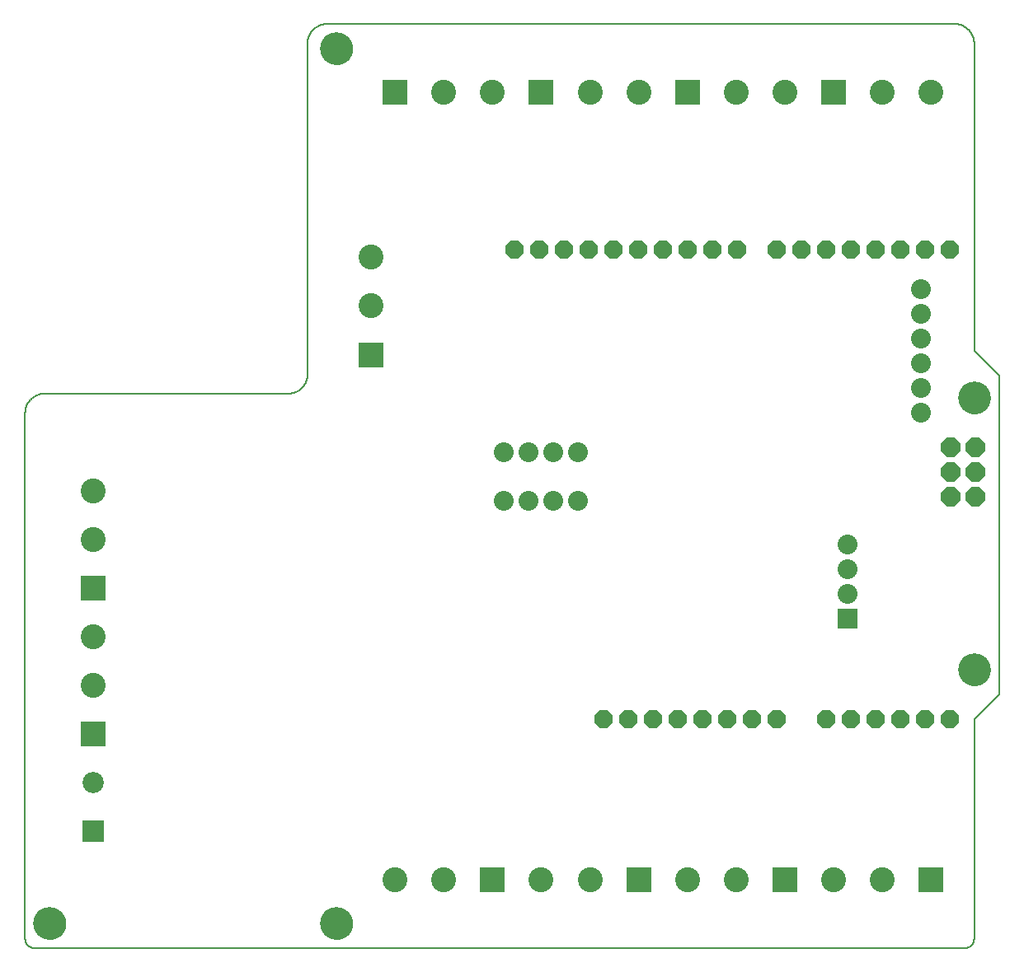
<source format=gbs>
G75*
%MOIN*%
%OFA0B0*%
%FSLAX25Y25*%
%IPPOS*%
%LPD*%
%AMOC8*
5,1,8,0,0,1.08239X$1,22.5*
%
%ADD10C,0.00591*%
%ADD11C,0.00000*%
%ADD12C,0.13198*%
%ADD13OC8,0.07200*%
%ADD14OC8,0.08000*%
%ADD15C,0.08000*%
%ADD16R,0.10100X0.10100*%
%ADD17C,0.10100*%
%ADD18R,0.08000X0.08000*%
%ADD19R,0.08600X0.08600*%
%ADD20C,0.08600*%
D10*
X0001500Y0005437D02*
X0001500Y0218035D01*
X0001502Y0218225D01*
X0001509Y0218415D01*
X0001521Y0218605D01*
X0001537Y0218795D01*
X0001557Y0218984D01*
X0001583Y0219173D01*
X0001612Y0219361D01*
X0001647Y0219548D01*
X0001686Y0219734D01*
X0001729Y0219919D01*
X0001777Y0220104D01*
X0001829Y0220287D01*
X0001885Y0220468D01*
X0001946Y0220648D01*
X0002012Y0220827D01*
X0002081Y0221004D01*
X0002155Y0221180D01*
X0002233Y0221353D01*
X0002316Y0221525D01*
X0002402Y0221694D01*
X0002492Y0221862D01*
X0002587Y0222027D01*
X0002685Y0222190D01*
X0002788Y0222350D01*
X0002894Y0222508D01*
X0003004Y0222663D01*
X0003117Y0222816D01*
X0003235Y0222966D01*
X0003356Y0223112D01*
X0003480Y0223256D01*
X0003608Y0223397D01*
X0003739Y0223535D01*
X0003874Y0223670D01*
X0004012Y0223801D01*
X0004153Y0223929D01*
X0004297Y0224053D01*
X0004443Y0224174D01*
X0004593Y0224292D01*
X0004746Y0224405D01*
X0004901Y0224515D01*
X0005059Y0224621D01*
X0005219Y0224724D01*
X0005382Y0224822D01*
X0005547Y0224917D01*
X0005715Y0225007D01*
X0005884Y0225093D01*
X0006056Y0225176D01*
X0006229Y0225254D01*
X0006405Y0225328D01*
X0006582Y0225397D01*
X0006761Y0225463D01*
X0006941Y0225524D01*
X0007122Y0225580D01*
X0007305Y0225632D01*
X0007490Y0225680D01*
X0007675Y0225723D01*
X0007861Y0225762D01*
X0008048Y0225797D01*
X0008236Y0225826D01*
X0008425Y0225852D01*
X0008614Y0225872D01*
X0008804Y0225888D01*
X0008994Y0225900D01*
X0009184Y0225907D01*
X0009374Y0225909D01*
X0107799Y0225909D01*
X0107989Y0225911D01*
X0108179Y0225918D01*
X0108369Y0225930D01*
X0108559Y0225946D01*
X0108748Y0225966D01*
X0108937Y0225992D01*
X0109125Y0226021D01*
X0109312Y0226056D01*
X0109498Y0226095D01*
X0109683Y0226138D01*
X0109868Y0226186D01*
X0110051Y0226238D01*
X0110232Y0226294D01*
X0110412Y0226355D01*
X0110591Y0226421D01*
X0110768Y0226490D01*
X0110944Y0226564D01*
X0111117Y0226642D01*
X0111289Y0226725D01*
X0111458Y0226811D01*
X0111626Y0226901D01*
X0111791Y0226996D01*
X0111954Y0227094D01*
X0112114Y0227197D01*
X0112272Y0227303D01*
X0112427Y0227413D01*
X0112580Y0227526D01*
X0112730Y0227644D01*
X0112876Y0227765D01*
X0113020Y0227889D01*
X0113161Y0228017D01*
X0113299Y0228148D01*
X0113434Y0228283D01*
X0113565Y0228421D01*
X0113693Y0228562D01*
X0113817Y0228706D01*
X0113938Y0228852D01*
X0114056Y0229002D01*
X0114169Y0229155D01*
X0114279Y0229310D01*
X0114385Y0229468D01*
X0114488Y0229628D01*
X0114586Y0229791D01*
X0114681Y0229956D01*
X0114771Y0230124D01*
X0114857Y0230293D01*
X0114940Y0230465D01*
X0115018Y0230638D01*
X0115092Y0230814D01*
X0115161Y0230991D01*
X0115227Y0231170D01*
X0115288Y0231350D01*
X0115344Y0231531D01*
X0115396Y0231714D01*
X0115444Y0231899D01*
X0115487Y0232084D01*
X0115526Y0232270D01*
X0115561Y0232457D01*
X0115590Y0232645D01*
X0115616Y0232834D01*
X0115636Y0233023D01*
X0115652Y0233213D01*
X0115664Y0233403D01*
X0115671Y0233593D01*
X0115673Y0233783D01*
X0115673Y0367642D01*
X0115675Y0367832D01*
X0115682Y0368022D01*
X0115694Y0368212D01*
X0115710Y0368402D01*
X0115730Y0368591D01*
X0115756Y0368780D01*
X0115785Y0368968D01*
X0115820Y0369155D01*
X0115859Y0369341D01*
X0115902Y0369526D01*
X0115950Y0369711D01*
X0116002Y0369894D01*
X0116058Y0370075D01*
X0116119Y0370255D01*
X0116185Y0370434D01*
X0116254Y0370611D01*
X0116328Y0370787D01*
X0116406Y0370960D01*
X0116489Y0371132D01*
X0116575Y0371301D01*
X0116665Y0371469D01*
X0116760Y0371634D01*
X0116858Y0371797D01*
X0116961Y0371957D01*
X0117067Y0372115D01*
X0117177Y0372270D01*
X0117290Y0372423D01*
X0117408Y0372573D01*
X0117529Y0372719D01*
X0117653Y0372863D01*
X0117781Y0373004D01*
X0117912Y0373142D01*
X0118047Y0373277D01*
X0118185Y0373408D01*
X0118326Y0373536D01*
X0118470Y0373660D01*
X0118616Y0373781D01*
X0118766Y0373899D01*
X0118919Y0374012D01*
X0119074Y0374122D01*
X0119232Y0374228D01*
X0119392Y0374331D01*
X0119555Y0374429D01*
X0119720Y0374524D01*
X0119888Y0374614D01*
X0120057Y0374700D01*
X0120229Y0374783D01*
X0120402Y0374861D01*
X0120578Y0374935D01*
X0120755Y0375004D01*
X0120934Y0375070D01*
X0121114Y0375131D01*
X0121295Y0375187D01*
X0121478Y0375239D01*
X0121663Y0375287D01*
X0121848Y0375330D01*
X0122034Y0375369D01*
X0122221Y0375404D01*
X0122409Y0375433D01*
X0122598Y0375459D01*
X0122787Y0375479D01*
X0122977Y0375495D01*
X0123167Y0375507D01*
X0123357Y0375514D01*
X0123547Y0375516D01*
X0377327Y0375516D01*
X0377517Y0375514D01*
X0377707Y0375507D01*
X0377897Y0375495D01*
X0378087Y0375479D01*
X0378276Y0375459D01*
X0378465Y0375433D01*
X0378653Y0375404D01*
X0378840Y0375369D01*
X0379026Y0375330D01*
X0379211Y0375287D01*
X0379396Y0375239D01*
X0379579Y0375187D01*
X0379760Y0375131D01*
X0379940Y0375070D01*
X0380119Y0375004D01*
X0380296Y0374935D01*
X0380472Y0374861D01*
X0380645Y0374783D01*
X0380817Y0374700D01*
X0380986Y0374614D01*
X0381154Y0374524D01*
X0381319Y0374429D01*
X0381482Y0374331D01*
X0381642Y0374228D01*
X0381800Y0374122D01*
X0381955Y0374012D01*
X0382108Y0373899D01*
X0382258Y0373781D01*
X0382404Y0373660D01*
X0382548Y0373536D01*
X0382689Y0373408D01*
X0382827Y0373277D01*
X0382962Y0373142D01*
X0383093Y0373004D01*
X0383221Y0372863D01*
X0383345Y0372719D01*
X0383466Y0372573D01*
X0383584Y0372423D01*
X0383697Y0372270D01*
X0383807Y0372115D01*
X0383913Y0371957D01*
X0384016Y0371797D01*
X0384114Y0371634D01*
X0384209Y0371469D01*
X0384299Y0371301D01*
X0384385Y0371132D01*
X0384468Y0370960D01*
X0384546Y0370787D01*
X0384620Y0370611D01*
X0384689Y0370434D01*
X0384755Y0370255D01*
X0384816Y0370075D01*
X0384872Y0369894D01*
X0384924Y0369711D01*
X0384972Y0369526D01*
X0385015Y0369341D01*
X0385054Y0369155D01*
X0385089Y0368968D01*
X0385118Y0368780D01*
X0385144Y0368591D01*
X0385164Y0368402D01*
X0385180Y0368212D01*
X0385192Y0368022D01*
X0385199Y0367832D01*
X0385201Y0367642D01*
X0385201Y0243177D01*
X0395201Y0233177D01*
X0395201Y0104177D01*
X0385201Y0094177D01*
X0385201Y0005437D01*
X0385199Y0005313D01*
X0385193Y0005190D01*
X0385184Y0005066D01*
X0385170Y0004944D01*
X0385153Y0004821D01*
X0385131Y0004699D01*
X0385106Y0004578D01*
X0385077Y0004458D01*
X0385045Y0004339D01*
X0385008Y0004220D01*
X0384968Y0004103D01*
X0384925Y0003988D01*
X0384877Y0003873D01*
X0384826Y0003761D01*
X0384772Y0003650D01*
X0384714Y0003540D01*
X0384653Y0003433D01*
X0384588Y0003327D01*
X0384520Y0003224D01*
X0384449Y0003123D01*
X0384375Y0003024D01*
X0384298Y0002927D01*
X0384217Y0002833D01*
X0384134Y0002742D01*
X0384048Y0002653D01*
X0383959Y0002567D01*
X0383868Y0002484D01*
X0383774Y0002403D01*
X0383677Y0002326D01*
X0383578Y0002252D01*
X0383477Y0002181D01*
X0383374Y0002113D01*
X0383268Y0002048D01*
X0383161Y0001987D01*
X0383051Y0001929D01*
X0382940Y0001875D01*
X0382828Y0001824D01*
X0382713Y0001776D01*
X0382598Y0001733D01*
X0382481Y0001693D01*
X0382362Y0001656D01*
X0382243Y0001624D01*
X0382123Y0001595D01*
X0382002Y0001570D01*
X0381880Y0001548D01*
X0381757Y0001531D01*
X0381635Y0001517D01*
X0381511Y0001508D01*
X0381388Y0001502D01*
X0381264Y0001500D01*
X0005437Y0001500D01*
X0005313Y0001502D01*
X0005190Y0001508D01*
X0005066Y0001517D01*
X0004944Y0001531D01*
X0004821Y0001548D01*
X0004699Y0001570D01*
X0004578Y0001595D01*
X0004458Y0001624D01*
X0004339Y0001656D01*
X0004220Y0001693D01*
X0004103Y0001733D01*
X0003988Y0001776D01*
X0003873Y0001824D01*
X0003761Y0001875D01*
X0003650Y0001929D01*
X0003540Y0001987D01*
X0003433Y0002048D01*
X0003327Y0002113D01*
X0003224Y0002181D01*
X0003123Y0002252D01*
X0003024Y0002326D01*
X0002927Y0002403D01*
X0002833Y0002484D01*
X0002742Y0002567D01*
X0002653Y0002653D01*
X0002567Y0002742D01*
X0002484Y0002833D01*
X0002403Y0002927D01*
X0002326Y0003024D01*
X0002252Y0003123D01*
X0002181Y0003224D01*
X0002113Y0003327D01*
X0002048Y0003433D01*
X0001987Y0003540D01*
X0001929Y0003650D01*
X0001875Y0003761D01*
X0001824Y0003873D01*
X0001776Y0003988D01*
X0001733Y0004103D01*
X0001693Y0004220D01*
X0001656Y0004339D01*
X0001624Y0004458D01*
X0001595Y0004578D01*
X0001570Y0004699D01*
X0001548Y0004821D01*
X0001531Y0004944D01*
X0001517Y0005066D01*
X0001508Y0005190D01*
X0001502Y0005313D01*
X0001500Y0005437D01*
D11*
X0005201Y0011500D02*
X0005203Y0011658D01*
X0005209Y0011816D01*
X0005219Y0011974D01*
X0005233Y0012132D01*
X0005251Y0012289D01*
X0005272Y0012446D01*
X0005298Y0012602D01*
X0005328Y0012758D01*
X0005361Y0012913D01*
X0005399Y0013066D01*
X0005440Y0013219D01*
X0005485Y0013371D01*
X0005534Y0013522D01*
X0005587Y0013671D01*
X0005643Y0013819D01*
X0005703Y0013965D01*
X0005767Y0014110D01*
X0005835Y0014253D01*
X0005906Y0014395D01*
X0005980Y0014535D01*
X0006058Y0014672D01*
X0006140Y0014808D01*
X0006224Y0014942D01*
X0006313Y0015073D01*
X0006404Y0015202D01*
X0006499Y0015329D01*
X0006596Y0015454D01*
X0006697Y0015576D01*
X0006801Y0015695D01*
X0006908Y0015812D01*
X0007018Y0015926D01*
X0007131Y0016037D01*
X0007246Y0016146D01*
X0007364Y0016251D01*
X0007485Y0016353D01*
X0007608Y0016453D01*
X0007734Y0016549D01*
X0007862Y0016642D01*
X0007992Y0016732D01*
X0008125Y0016818D01*
X0008260Y0016902D01*
X0008396Y0016981D01*
X0008535Y0017058D01*
X0008676Y0017130D01*
X0008818Y0017200D01*
X0008962Y0017265D01*
X0009108Y0017327D01*
X0009255Y0017385D01*
X0009404Y0017440D01*
X0009554Y0017491D01*
X0009705Y0017538D01*
X0009857Y0017581D01*
X0010010Y0017620D01*
X0010165Y0017656D01*
X0010320Y0017687D01*
X0010476Y0017715D01*
X0010632Y0017739D01*
X0010789Y0017759D01*
X0010947Y0017775D01*
X0011104Y0017787D01*
X0011263Y0017795D01*
X0011421Y0017799D01*
X0011579Y0017799D01*
X0011737Y0017795D01*
X0011896Y0017787D01*
X0012053Y0017775D01*
X0012211Y0017759D01*
X0012368Y0017739D01*
X0012524Y0017715D01*
X0012680Y0017687D01*
X0012835Y0017656D01*
X0012990Y0017620D01*
X0013143Y0017581D01*
X0013295Y0017538D01*
X0013446Y0017491D01*
X0013596Y0017440D01*
X0013745Y0017385D01*
X0013892Y0017327D01*
X0014038Y0017265D01*
X0014182Y0017200D01*
X0014324Y0017130D01*
X0014465Y0017058D01*
X0014604Y0016981D01*
X0014740Y0016902D01*
X0014875Y0016818D01*
X0015008Y0016732D01*
X0015138Y0016642D01*
X0015266Y0016549D01*
X0015392Y0016453D01*
X0015515Y0016353D01*
X0015636Y0016251D01*
X0015754Y0016146D01*
X0015869Y0016037D01*
X0015982Y0015926D01*
X0016092Y0015812D01*
X0016199Y0015695D01*
X0016303Y0015576D01*
X0016404Y0015454D01*
X0016501Y0015329D01*
X0016596Y0015202D01*
X0016687Y0015073D01*
X0016776Y0014942D01*
X0016860Y0014808D01*
X0016942Y0014672D01*
X0017020Y0014535D01*
X0017094Y0014395D01*
X0017165Y0014253D01*
X0017233Y0014110D01*
X0017297Y0013965D01*
X0017357Y0013819D01*
X0017413Y0013671D01*
X0017466Y0013522D01*
X0017515Y0013371D01*
X0017560Y0013219D01*
X0017601Y0013066D01*
X0017639Y0012913D01*
X0017672Y0012758D01*
X0017702Y0012602D01*
X0017728Y0012446D01*
X0017749Y0012289D01*
X0017767Y0012132D01*
X0017781Y0011974D01*
X0017791Y0011816D01*
X0017797Y0011658D01*
X0017799Y0011500D01*
X0017797Y0011342D01*
X0017791Y0011184D01*
X0017781Y0011026D01*
X0017767Y0010868D01*
X0017749Y0010711D01*
X0017728Y0010554D01*
X0017702Y0010398D01*
X0017672Y0010242D01*
X0017639Y0010087D01*
X0017601Y0009934D01*
X0017560Y0009781D01*
X0017515Y0009629D01*
X0017466Y0009478D01*
X0017413Y0009329D01*
X0017357Y0009181D01*
X0017297Y0009035D01*
X0017233Y0008890D01*
X0017165Y0008747D01*
X0017094Y0008605D01*
X0017020Y0008465D01*
X0016942Y0008328D01*
X0016860Y0008192D01*
X0016776Y0008058D01*
X0016687Y0007927D01*
X0016596Y0007798D01*
X0016501Y0007671D01*
X0016404Y0007546D01*
X0016303Y0007424D01*
X0016199Y0007305D01*
X0016092Y0007188D01*
X0015982Y0007074D01*
X0015869Y0006963D01*
X0015754Y0006854D01*
X0015636Y0006749D01*
X0015515Y0006647D01*
X0015392Y0006547D01*
X0015266Y0006451D01*
X0015138Y0006358D01*
X0015008Y0006268D01*
X0014875Y0006182D01*
X0014740Y0006098D01*
X0014604Y0006019D01*
X0014465Y0005942D01*
X0014324Y0005870D01*
X0014182Y0005800D01*
X0014038Y0005735D01*
X0013892Y0005673D01*
X0013745Y0005615D01*
X0013596Y0005560D01*
X0013446Y0005509D01*
X0013295Y0005462D01*
X0013143Y0005419D01*
X0012990Y0005380D01*
X0012835Y0005344D01*
X0012680Y0005313D01*
X0012524Y0005285D01*
X0012368Y0005261D01*
X0012211Y0005241D01*
X0012053Y0005225D01*
X0011896Y0005213D01*
X0011737Y0005205D01*
X0011579Y0005201D01*
X0011421Y0005201D01*
X0011263Y0005205D01*
X0011104Y0005213D01*
X0010947Y0005225D01*
X0010789Y0005241D01*
X0010632Y0005261D01*
X0010476Y0005285D01*
X0010320Y0005313D01*
X0010165Y0005344D01*
X0010010Y0005380D01*
X0009857Y0005419D01*
X0009705Y0005462D01*
X0009554Y0005509D01*
X0009404Y0005560D01*
X0009255Y0005615D01*
X0009108Y0005673D01*
X0008962Y0005735D01*
X0008818Y0005800D01*
X0008676Y0005870D01*
X0008535Y0005942D01*
X0008396Y0006019D01*
X0008260Y0006098D01*
X0008125Y0006182D01*
X0007992Y0006268D01*
X0007862Y0006358D01*
X0007734Y0006451D01*
X0007608Y0006547D01*
X0007485Y0006647D01*
X0007364Y0006749D01*
X0007246Y0006854D01*
X0007131Y0006963D01*
X0007018Y0007074D01*
X0006908Y0007188D01*
X0006801Y0007305D01*
X0006697Y0007424D01*
X0006596Y0007546D01*
X0006499Y0007671D01*
X0006404Y0007798D01*
X0006313Y0007927D01*
X0006224Y0008058D01*
X0006140Y0008192D01*
X0006058Y0008328D01*
X0005980Y0008465D01*
X0005906Y0008605D01*
X0005835Y0008747D01*
X0005767Y0008890D01*
X0005703Y0009035D01*
X0005643Y0009181D01*
X0005587Y0009329D01*
X0005534Y0009478D01*
X0005485Y0009629D01*
X0005440Y0009781D01*
X0005399Y0009934D01*
X0005361Y0010087D01*
X0005328Y0010242D01*
X0005298Y0010398D01*
X0005272Y0010554D01*
X0005251Y0010711D01*
X0005233Y0010868D01*
X0005219Y0011026D01*
X0005209Y0011184D01*
X0005203Y0011342D01*
X0005201Y0011500D01*
X0121185Y0011500D02*
X0121187Y0011658D01*
X0121193Y0011816D01*
X0121203Y0011974D01*
X0121217Y0012132D01*
X0121235Y0012289D01*
X0121256Y0012446D01*
X0121282Y0012602D01*
X0121312Y0012758D01*
X0121345Y0012913D01*
X0121383Y0013066D01*
X0121424Y0013219D01*
X0121469Y0013371D01*
X0121518Y0013522D01*
X0121571Y0013671D01*
X0121627Y0013819D01*
X0121687Y0013965D01*
X0121751Y0014110D01*
X0121819Y0014253D01*
X0121890Y0014395D01*
X0121964Y0014535D01*
X0122042Y0014672D01*
X0122124Y0014808D01*
X0122208Y0014942D01*
X0122297Y0015073D01*
X0122388Y0015202D01*
X0122483Y0015329D01*
X0122580Y0015454D01*
X0122681Y0015576D01*
X0122785Y0015695D01*
X0122892Y0015812D01*
X0123002Y0015926D01*
X0123115Y0016037D01*
X0123230Y0016146D01*
X0123348Y0016251D01*
X0123469Y0016353D01*
X0123592Y0016453D01*
X0123718Y0016549D01*
X0123846Y0016642D01*
X0123976Y0016732D01*
X0124109Y0016818D01*
X0124244Y0016902D01*
X0124380Y0016981D01*
X0124519Y0017058D01*
X0124660Y0017130D01*
X0124802Y0017200D01*
X0124946Y0017265D01*
X0125092Y0017327D01*
X0125239Y0017385D01*
X0125388Y0017440D01*
X0125538Y0017491D01*
X0125689Y0017538D01*
X0125841Y0017581D01*
X0125994Y0017620D01*
X0126149Y0017656D01*
X0126304Y0017687D01*
X0126460Y0017715D01*
X0126616Y0017739D01*
X0126773Y0017759D01*
X0126931Y0017775D01*
X0127088Y0017787D01*
X0127247Y0017795D01*
X0127405Y0017799D01*
X0127563Y0017799D01*
X0127721Y0017795D01*
X0127880Y0017787D01*
X0128037Y0017775D01*
X0128195Y0017759D01*
X0128352Y0017739D01*
X0128508Y0017715D01*
X0128664Y0017687D01*
X0128819Y0017656D01*
X0128974Y0017620D01*
X0129127Y0017581D01*
X0129279Y0017538D01*
X0129430Y0017491D01*
X0129580Y0017440D01*
X0129729Y0017385D01*
X0129876Y0017327D01*
X0130022Y0017265D01*
X0130166Y0017200D01*
X0130308Y0017130D01*
X0130449Y0017058D01*
X0130588Y0016981D01*
X0130724Y0016902D01*
X0130859Y0016818D01*
X0130992Y0016732D01*
X0131122Y0016642D01*
X0131250Y0016549D01*
X0131376Y0016453D01*
X0131499Y0016353D01*
X0131620Y0016251D01*
X0131738Y0016146D01*
X0131853Y0016037D01*
X0131966Y0015926D01*
X0132076Y0015812D01*
X0132183Y0015695D01*
X0132287Y0015576D01*
X0132388Y0015454D01*
X0132485Y0015329D01*
X0132580Y0015202D01*
X0132671Y0015073D01*
X0132760Y0014942D01*
X0132844Y0014808D01*
X0132926Y0014672D01*
X0133004Y0014535D01*
X0133078Y0014395D01*
X0133149Y0014253D01*
X0133217Y0014110D01*
X0133281Y0013965D01*
X0133341Y0013819D01*
X0133397Y0013671D01*
X0133450Y0013522D01*
X0133499Y0013371D01*
X0133544Y0013219D01*
X0133585Y0013066D01*
X0133623Y0012913D01*
X0133656Y0012758D01*
X0133686Y0012602D01*
X0133712Y0012446D01*
X0133733Y0012289D01*
X0133751Y0012132D01*
X0133765Y0011974D01*
X0133775Y0011816D01*
X0133781Y0011658D01*
X0133783Y0011500D01*
X0133781Y0011342D01*
X0133775Y0011184D01*
X0133765Y0011026D01*
X0133751Y0010868D01*
X0133733Y0010711D01*
X0133712Y0010554D01*
X0133686Y0010398D01*
X0133656Y0010242D01*
X0133623Y0010087D01*
X0133585Y0009934D01*
X0133544Y0009781D01*
X0133499Y0009629D01*
X0133450Y0009478D01*
X0133397Y0009329D01*
X0133341Y0009181D01*
X0133281Y0009035D01*
X0133217Y0008890D01*
X0133149Y0008747D01*
X0133078Y0008605D01*
X0133004Y0008465D01*
X0132926Y0008328D01*
X0132844Y0008192D01*
X0132760Y0008058D01*
X0132671Y0007927D01*
X0132580Y0007798D01*
X0132485Y0007671D01*
X0132388Y0007546D01*
X0132287Y0007424D01*
X0132183Y0007305D01*
X0132076Y0007188D01*
X0131966Y0007074D01*
X0131853Y0006963D01*
X0131738Y0006854D01*
X0131620Y0006749D01*
X0131499Y0006647D01*
X0131376Y0006547D01*
X0131250Y0006451D01*
X0131122Y0006358D01*
X0130992Y0006268D01*
X0130859Y0006182D01*
X0130724Y0006098D01*
X0130588Y0006019D01*
X0130449Y0005942D01*
X0130308Y0005870D01*
X0130166Y0005800D01*
X0130022Y0005735D01*
X0129876Y0005673D01*
X0129729Y0005615D01*
X0129580Y0005560D01*
X0129430Y0005509D01*
X0129279Y0005462D01*
X0129127Y0005419D01*
X0128974Y0005380D01*
X0128819Y0005344D01*
X0128664Y0005313D01*
X0128508Y0005285D01*
X0128352Y0005261D01*
X0128195Y0005241D01*
X0128037Y0005225D01*
X0127880Y0005213D01*
X0127721Y0005205D01*
X0127563Y0005201D01*
X0127405Y0005201D01*
X0127247Y0005205D01*
X0127088Y0005213D01*
X0126931Y0005225D01*
X0126773Y0005241D01*
X0126616Y0005261D01*
X0126460Y0005285D01*
X0126304Y0005313D01*
X0126149Y0005344D01*
X0125994Y0005380D01*
X0125841Y0005419D01*
X0125689Y0005462D01*
X0125538Y0005509D01*
X0125388Y0005560D01*
X0125239Y0005615D01*
X0125092Y0005673D01*
X0124946Y0005735D01*
X0124802Y0005800D01*
X0124660Y0005870D01*
X0124519Y0005942D01*
X0124380Y0006019D01*
X0124244Y0006098D01*
X0124109Y0006182D01*
X0123976Y0006268D01*
X0123846Y0006358D01*
X0123718Y0006451D01*
X0123592Y0006547D01*
X0123469Y0006647D01*
X0123348Y0006749D01*
X0123230Y0006854D01*
X0123115Y0006963D01*
X0123002Y0007074D01*
X0122892Y0007188D01*
X0122785Y0007305D01*
X0122681Y0007424D01*
X0122580Y0007546D01*
X0122483Y0007671D01*
X0122388Y0007798D01*
X0122297Y0007927D01*
X0122208Y0008058D01*
X0122124Y0008192D01*
X0122042Y0008328D01*
X0121964Y0008465D01*
X0121890Y0008605D01*
X0121819Y0008747D01*
X0121751Y0008890D01*
X0121687Y0009035D01*
X0121627Y0009181D01*
X0121571Y0009329D01*
X0121518Y0009478D01*
X0121469Y0009629D01*
X0121424Y0009781D01*
X0121383Y0009934D01*
X0121345Y0010087D01*
X0121312Y0010242D01*
X0121282Y0010398D01*
X0121256Y0010554D01*
X0121235Y0010711D01*
X0121217Y0010868D01*
X0121203Y0011026D01*
X0121193Y0011184D01*
X0121187Y0011342D01*
X0121185Y0011500D01*
X0378981Y0114177D02*
X0378983Y0114335D01*
X0378989Y0114493D01*
X0378999Y0114651D01*
X0379013Y0114809D01*
X0379031Y0114966D01*
X0379052Y0115123D01*
X0379078Y0115279D01*
X0379108Y0115435D01*
X0379141Y0115590D01*
X0379179Y0115743D01*
X0379220Y0115896D01*
X0379265Y0116048D01*
X0379314Y0116199D01*
X0379367Y0116348D01*
X0379423Y0116496D01*
X0379483Y0116642D01*
X0379547Y0116787D01*
X0379615Y0116930D01*
X0379686Y0117072D01*
X0379760Y0117212D01*
X0379838Y0117349D01*
X0379920Y0117485D01*
X0380004Y0117619D01*
X0380093Y0117750D01*
X0380184Y0117879D01*
X0380279Y0118006D01*
X0380376Y0118131D01*
X0380477Y0118253D01*
X0380581Y0118372D01*
X0380688Y0118489D01*
X0380798Y0118603D01*
X0380911Y0118714D01*
X0381026Y0118823D01*
X0381144Y0118928D01*
X0381265Y0119030D01*
X0381388Y0119130D01*
X0381514Y0119226D01*
X0381642Y0119319D01*
X0381772Y0119409D01*
X0381905Y0119495D01*
X0382040Y0119579D01*
X0382176Y0119658D01*
X0382315Y0119735D01*
X0382456Y0119807D01*
X0382598Y0119877D01*
X0382742Y0119942D01*
X0382888Y0120004D01*
X0383035Y0120062D01*
X0383184Y0120117D01*
X0383334Y0120168D01*
X0383485Y0120215D01*
X0383637Y0120258D01*
X0383790Y0120297D01*
X0383945Y0120333D01*
X0384100Y0120364D01*
X0384256Y0120392D01*
X0384412Y0120416D01*
X0384569Y0120436D01*
X0384727Y0120452D01*
X0384884Y0120464D01*
X0385043Y0120472D01*
X0385201Y0120476D01*
X0385359Y0120476D01*
X0385517Y0120472D01*
X0385676Y0120464D01*
X0385833Y0120452D01*
X0385991Y0120436D01*
X0386148Y0120416D01*
X0386304Y0120392D01*
X0386460Y0120364D01*
X0386615Y0120333D01*
X0386770Y0120297D01*
X0386923Y0120258D01*
X0387075Y0120215D01*
X0387226Y0120168D01*
X0387376Y0120117D01*
X0387525Y0120062D01*
X0387672Y0120004D01*
X0387818Y0119942D01*
X0387962Y0119877D01*
X0388104Y0119807D01*
X0388245Y0119735D01*
X0388384Y0119658D01*
X0388520Y0119579D01*
X0388655Y0119495D01*
X0388788Y0119409D01*
X0388918Y0119319D01*
X0389046Y0119226D01*
X0389172Y0119130D01*
X0389295Y0119030D01*
X0389416Y0118928D01*
X0389534Y0118823D01*
X0389649Y0118714D01*
X0389762Y0118603D01*
X0389872Y0118489D01*
X0389979Y0118372D01*
X0390083Y0118253D01*
X0390184Y0118131D01*
X0390281Y0118006D01*
X0390376Y0117879D01*
X0390467Y0117750D01*
X0390556Y0117619D01*
X0390640Y0117485D01*
X0390722Y0117349D01*
X0390800Y0117212D01*
X0390874Y0117072D01*
X0390945Y0116930D01*
X0391013Y0116787D01*
X0391077Y0116642D01*
X0391137Y0116496D01*
X0391193Y0116348D01*
X0391246Y0116199D01*
X0391295Y0116048D01*
X0391340Y0115896D01*
X0391381Y0115743D01*
X0391419Y0115590D01*
X0391452Y0115435D01*
X0391482Y0115279D01*
X0391508Y0115123D01*
X0391529Y0114966D01*
X0391547Y0114809D01*
X0391561Y0114651D01*
X0391571Y0114493D01*
X0391577Y0114335D01*
X0391579Y0114177D01*
X0391577Y0114019D01*
X0391571Y0113861D01*
X0391561Y0113703D01*
X0391547Y0113545D01*
X0391529Y0113388D01*
X0391508Y0113231D01*
X0391482Y0113075D01*
X0391452Y0112919D01*
X0391419Y0112764D01*
X0391381Y0112611D01*
X0391340Y0112458D01*
X0391295Y0112306D01*
X0391246Y0112155D01*
X0391193Y0112006D01*
X0391137Y0111858D01*
X0391077Y0111712D01*
X0391013Y0111567D01*
X0390945Y0111424D01*
X0390874Y0111282D01*
X0390800Y0111142D01*
X0390722Y0111005D01*
X0390640Y0110869D01*
X0390556Y0110735D01*
X0390467Y0110604D01*
X0390376Y0110475D01*
X0390281Y0110348D01*
X0390184Y0110223D01*
X0390083Y0110101D01*
X0389979Y0109982D01*
X0389872Y0109865D01*
X0389762Y0109751D01*
X0389649Y0109640D01*
X0389534Y0109531D01*
X0389416Y0109426D01*
X0389295Y0109324D01*
X0389172Y0109224D01*
X0389046Y0109128D01*
X0388918Y0109035D01*
X0388788Y0108945D01*
X0388655Y0108859D01*
X0388520Y0108775D01*
X0388384Y0108696D01*
X0388245Y0108619D01*
X0388104Y0108547D01*
X0387962Y0108477D01*
X0387818Y0108412D01*
X0387672Y0108350D01*
X0387525Y0108292D01*
X0387376Y0108237D01*
X0387226Y0108186D01*
X0387075Y0108139D01*
X0386923Y0108096D01*
X0386770Y0108057D01*
X0386615Y0108021D01*
X0386460Y0107990D01*
X0386304Y0107962D01*
X0386148Y0107938D01*
X0385991Y0107918D01*
X0385833Y0107902D01*
X0385676Y0107890D01*
X0385517Y0107882D01*
X0385359Y0107878D01*
X0385201Y0107878D01*
X0385043Y0107882D01*
X0384884Y0107890D01*
X0384727Y0107902D01*
X0384569Y0107918D01*
X0384412Y0107938D01*
X0384256Y0107962D01*
X0384100Y0107990D01*
X0383945Y0108021D01*
X0383790Y0108057D01*
X0383637Y0108096D01*
X0383485Y0108139D01*
X0383334Y0108186D01*
X0383184Y0108237D01*
X0383035Y0108292D01*
X0382888Y0108350D01*
X0382742Y0108412D01*
X0382598Y0108477D01*
X0382456Y0108547D01*
X0382315Y0108619D01*
X0382176Y0108696D01*
X0382040Y0108775D01*
X0381905Y0108859D01*
X0381772Y0108945D01*
X0381642Y0109035D01*
X0381514Y0109128D01*
X0381388Y0109224D01*
X0381265Y0109324D01*
X0381144Y0109426D01*
X0381026Y0109531D01*
X0380911Y0109640D01*
X0380798Y0109751D01*
X0380688Y0109865D01*
X0380581Y0109982D01*
X0380477Y0110101D01*
X0380376Y0110223D01*
X0380279Y0110348D01*
X0380184Y0110475D01*
X0380093Y0110604D01*
X0380004Y0110735D01*
X0379920Y0110869D01*
X0379838Y0111005D01*
X0379760Y0111142D01*
X0379686Y0111282D01*
X0379615Y0111424D01*
X0379547Y0111567D01*
X0379483Y0111712D01*
X0379423Y0111858D01*
X0379367Y0112006D01*
X0379314Y0112155D01*
X0379265Y0112306D01*
X0379220Y0112458D01*
X0379179Y0112611D01*
X0379141Y0112764D01*
X0379108Y0112919D01*
X0379078Y0113075D01*
X0379052Y0113231D01*
X0379031Y0113388D01*
X0379013Y0113545D01*
X0378999Y0113703D01*
X0378989Y0113861D01*
X0378983Y0114019D01*
X0378981Y0114177D01*
X0378981Y0224177D02*
X0378983Y0224335D01*
X0378989Y0224493D01*
X0378999Y0224651D01*
X0379013Y0224809D01*
X0379031Y0224966D01*
X0379052Y0225123D01*
X0379078Y0225279D01*
X0379108Y0225435D01*
X0379141Y0225590D01*
X0379179Y0225743D01*
X0379220Y0225896D01*
X0379265Y0226048D01*
X0379314Y0226199D01*
X0379367Y0226348D01*
X0379423Y0226496D01*
X0379483Y0226642D01*
X0379547Y0226787D01*
X0379615Y0226930D01*
X0379686Y0227072D01*
X0379760Y0227212D01*
X0379838Y0227349D01*
X0379920Y0227485D01*
X0380004Y0227619D01*
X0380093Y0227750D01*
X0380184Y0227879D01*
X0380279Y0228006D01*
X0380376Y0228131D01*
X0380477Y0228253D01*
X0380581Y0228372D01*
X0380688Y0228489D01*
X0380798Y0228603D01*
X0380911Y0228714D01*
X0381026Y0228823D01*
X0381144Y0228928D01*
X0381265Y0229030D01*
X0381388Y0229130D01*
X0381514Y0229226D01*
X0381642Y0229319D01*
X0381772Y0229409D01*
X0381905Y0229495D01*
X0382040Y0229579D01*
X0382176Y0229658D01*
X0382315Y0229735D01*
X0382456Y0229807D01*
X0382598Y0229877D01*
X0382742Y0229942D01*
X0382888Y0230004D01*
X0383035Y0230062D01*
X0383184Y0230117D01*
X0383334Y0230168D01*
X0383485Y0230215D01*
X0383637Y0230258D01*
X0383790Y0230297D01*
X0383945Y0230333D01*
X0384100Y0230364D01*
X0384256Y0230392D01*
X0384412Y0230416D01*
X0384569Y0230436D01*
X0384727Y0230452D01*
X0384884Y0230464D01*
X0385043Y0230472D01*
X0385201Y0230476D01*
X0385359Y0230476D01*
X0385517Y0230472D01*
X0385676Y0230464D01*
X0385833Y0230452D01*
X0385991Y0230436D01*
X0386148Y0230416D01*
X0386304Y0230392D01*
X0386460Y0230364D01*
X0386615Y0230333D01*
X0386770Y0230297D01*
X0386923Y0230258D01*
X0387075Y0230215D01*
X0387226Y0230168D01*
X0387376Y0230117D01*
X0387525Y0230062D01*
X0387672Y0230004D01*
X0387818Y0229942D01*
X0387962Y0229877D01*
X0388104Y0229807D01*
X0388245Y0229735D01*
X0388384Y0229658D01*
X0388520Y0229579D01*
X0388655Y0229495D01*
X0388788Y0229409D01*
X0388918Y0229319D01*
X0389046Y0229226D01*
X0389172Y0229130D01*
X0389295Y0229030D01*
X0389416Y0228928D01*
X0389534Y0228823D01*
X0389649Y0228714D01*
X0389762Y0228603D01*
X0389872Y0228489D01*
X0389979Y0228372D01*
X0390083Y0228253D01*
X0390184Y0228131D01*
X0390281Y0228006D01*
X0390376Y0227879D01*
X0390467Y0227750D01*
X0390556Y0227619D01*
X0390640Y0227485D01*
X0390722Y0227349D01*
X0390800Y0227212D01*
X0390874Y0227072D01*
X0390945Y0226930D01*
X0391013Y0226787D01*
X0391077Y0226642D01*
X0391137Y0226496D01*
X0391193Y0226348D01*
X0391246Y0226199D01*
X0391295Y0226048D01*
X0391340Y0225896D01*
X0391381Y0225743D01*
X0391419Y0225590D01*
X0391452Y0225435D01*
X0391482Y0225279D01*
X0391508Y0225123D01*
X0391529Y0224966D01*
X0391547Y0224809D01*
X0391561Y0224651D01*
X0391571Y0224493D01*
X0391577Y0224335D01*
X0391579Y0224177D01*
X0391577Y0224019D01*
X0391571Y0223861D01*
X0391561Y0223703D01*
X0391547Y0223545D01*
X0391529Y0223388D01*
X0391508Y0223231D01*
X0391482Y0223075D01*
X0391452Y0222919D01*
X0391419Y0222764D01*
X0391381Y0222611D01*
X0391340Y0222458D01*
X0391295Y0222306D01*
X0391246Y0222155D01*
X0391193Y0222006D01*
X0391137Y0221858D01*
X0391077Y0221712D01*
X0391013Y0221567D01*
X0390945Y0221424D01*
X0390874Y0221282D01*
X0390800Y0221142D01*
X0390722Y0221005D01*
X0390640Y0220869D01*
X0390556Y0220735D01*
X0390467Y0220604D01*
X0390376Y0220475D01*
X0390281Y0220348D01*
X0390184Y0220223D01*
X0390083Y0220101D01*
X0389979Y0219982D01*
X0389872Y0219865D01*
X0389762Y0219751D01*
X0389649Y0219640D01*
X0389534Y0219531D01*
X0389416Y0219426D01*
X0389295Y0219324D01*
X0389172Y0219224D01*
X0389046Y0219128D01*
X0388918Y0219035D01*
X0388788Y0218945D01*
X0388655Y0218859D01*
X0388520Y0218775D01*
X0388384Y0218696D01*
X0388245Y0218619D01*
X0388104Y0218547D01*
X0387962Y0218477D01*
X0387818Y0218412D01*
X0387672Y0218350D01*
X0387525Y0218292D01*
X0387376Y0218237D01*
X0387226Y0218186D01*
X0387075Y0218139D01*
X0386923Y0218096D01*
X0386770Y0218057D01*
X0386615Y0218021D01*
X0386460Y0217990D01*
X0386304Y0217962D01*
X0386148Y0217938D01*
X0385991Y0217918D01*
X0385833Y0217902D01*
X0385676Y0217890D01*
X0385517Y0217882D01*
X0385359Y0217878D01*
X0385201Y0217878D01*
X0385043Y0217882D01*
X0384884Y0217890D01*
X0384727Y0217902D01*
X0384569Y0217918D01*
X0384412Y0217938D01*
X0384256Y0217962D01*
X0384100Y0217990D01*
X0383945Y0218021D01*
X0383790Y0218057D01*
X0383637Y0218096D01*
X0383485Y0218139D01*
X0383334Y0218186D01*
X0383184Y0218237D01*
X0383035Y0218292D01*
X0382888Y0218350D01*
X0382742Y0218412D01*
X0382598Y0218477D01*
X0382456Y0218547D01*
X0382315Y0218619D01*
X0382176Y0218696D01*
X0382040Y0218775D01*
X0381905Y0218859D01*
X0381772Y0218945D01*
X0381642Y0219035D01*
X0381514Y0219128D01*
X0381388Y0219224D01*
X0381265Y0219324D01*
X0381144Y0219426D01*
X0381026Y0219531D01*
X0380911Y0219640D01*
X0380798Y0219751D01*
X0380688Y0219865D01*
X0380581Y0219982D01*
X0380477Y0220101D01*
X0380376Y0220223D01*
X0380279Y0220348D01*
X0380184Y0220475D01*
X0380093Y0220604D01*
X0380004Y0220735D01*
X0379920Y0220869D01*
X0379838Y0221005D01*
X0379760Y0221142D01*
X0379686Y0221282D01*
X0379615Y0221424D01*
X0379547Y0221567D01*
X0379483Y0221712D01*
X0379423Y0221858D01*
X0379367Y0222006D01*
X0379314Y0222155D01*
X0379265Y0222306D01*
X0379220Y0222458D01*
X0379179Y0222611D01*
X0379141Y0222764D01*
X0379108Y0222919D01*
X0379078Y0223075D01*
X0379052Y0223231D01*
X0379031Y0223388D01*
X0379013Y0223545D01*
X0378999Y0223703D01*
X0378989Y0223861D01*
X0378983Y0224019D01*
X0378981Y0224177D01*
X0121185Y0365516D02*
X0121187Y0365674D01*
X0121193Y0365832D01*
X0121203Y0365990D01*
X0121217Y0366148D01*
X0121235Y0366305D01*
X0121256Y0366462D01*
X0121282Y0366618D01*
X0121312Y0366774D01*
X0121345Y0366929D01*
X0121383Y0367082D01*
X0121424Y0367235D01*
X0121469Y0367387D01*
X0121518Y0367538D01*
X0121571Y0367687D01*
X0121627Y0367835D01*
X0121687Y0367981D01*
X0121751Y0368126D01*
X0121819Y0368269D01*
X0121890Y0368411D01*
X0121964Y0368551D01*
X0122042Y0368688D01*
X0122124Y0368824D01*
X0122208Y0368958D01*
X0122297Y0369089D01*
X0122388Y0369218D01*
X0122483Y0369345D01*
X0122580Y0369470D01*
X0122681Y0369592D01*
X0122785Y0369711D01*
X0122892Y0369828D01*
X0123002Y0369942D01*
X0123115Y0370053D01*
X0123230Y0370162D01*
X0123348Y0370267D01*
X0123469Y0370369D01*
X0123592Y0370469D01*
X0123718Y0370565D01*
X0123846Y0370658D01*
X0123976Y0370748D01*
X0124109Y0370834D01*
X0124244Y0370918D01*
X0124380Y0370997D01*
X0124519Y0371074D01*
X0124660Y0371146D01*
X0124802Y0371216D01*
X0124946Y0371281D01*
X0125092Y0371343D01*
X0125239Y0371401D01*
X0125388Y0371456D01*
X0125538Y0371507D01*
X0125689Y0371554D01*
X0125841Y0371597D01*
X0125994Y0371636D01*
X0126149Y0371672D01*
X0126304Y0371703D01*
X0126460Y0371731D01*
X0126616Y0371755D01*
X0126773Y0371775D01*
X0126931Y0371791D01*
X0127088Y0371803D01*
X0127247Y0371811D01*
X0127405Y0371815D01*
X0127563Y0371815D01*
X0127721Y0371811D01*
X0127880Y0371803D01*
X0128037Y0371791D01*
X0128195Y0371775D01*
X0128352Y0371755D01*
X0128508Y0371731D01*
X0128664Y0371703D01*
X0128819Y0371672D01*
X0128974Y0371636D01*
X0129127Y0371597D01*
X0129279Y0371554D01*
X0129430Y0371507D01*
X0129580Y0371456D01*
X0129729Y0371401D01*
X0129876Y0371343D01*
X0130022Y0371281D01*
X0130166Y0371216D01*
X0130308Y0371146D01*
X0130449Y0371074D01*
X0130588Y0370997D01*
X0130724Y0370918D01*
X0130859Y0370834D01*
X0130992Y0370748D01*
X0131122Y0370658D01*
X0131250Y0370565D01*
X0131376Y0370469D01*
X0131499Y0370369D01*
X0131620Y0370267D01*
X0131738Y0370162D01*
X0131853Y0370053D01*
X0131966Y0369942D01*
X0132076Y0369828D01*
X0132183Y0369711D01*
X0132287Y0369592D01*
X0132388Y0369470D01*
X0132485Y0369345D01*
X0132580Y0369218D01*
X0132671Y0369089D01*
X0132760Y0368958D01*
X0132844Y0368824D01*
X0132926Y0368688D01*
X0133004Y0368551D01*
X0133078Y0368411D01*
X0133149Y0368269D01*
X0133217Y0368126D01*
X0133281Y0367981D01*
X0133341Y0367835D01*
X0133397Y0367687D01*
X0133450Y0367538D01*
X0133499Y0367387D01*
X0133544Y0367235D01*
X0133585Y0367082D01*
X0133623Y0366929D01*
X0133656Y0366774D01*
X0133686Y0366618D01*
X0133712Y0366462D01*
X0133733Y0366305D01*
X0133751Y0366148D01*
X0133765Y0365990D01*
X0133775Y0365832D01*
X0133781Y0365674D01*
X0133783Y0365516D01*
X0133781Y0365358D01*
X0133775Y0365200D01*
X0133765Y0365042D01*
X0133751Y0364884D01*
X0133733Y0364727D01*
X0133712Y0364570D01*
X0133686Y0364414D01*
X0133656Y0364258D01*
X0133623Y0364103D01*
X0133585Y0363950D01*
X0133544Y0363797D01*
X0133499Y0363645D01*
X0133450Y0363494D01*
X0133397Y0363345D01*
X0133341Y0363197D01*
X0133281Y0363051D01*
X0133217Y0362906D01*
X0133149Y0362763D01*
X0133078Y0362621D01*
X0133004Y0362481D01*
X0132926Y0362344D01*
X0132844Y0362208D01*
X0132760Y0362074D01*
X0132671Y0361943D01*
X0132580Y0361814D01*
X0132485Y0361687D01*
X0132388Y0361562D01*
X0132287Y0361440D01*
X0132183Y0361321D01*
X0132076Y0361204D01*
X0131966Y0361090D01*
X0131853Y0360979D01*
X0131738Y0360870D01*
X0131620Y0360765D01*
X0131499Y0360663D01*
X0131376Y0360563D01*
X0131250Y0360467D01*
X0131122Y0360374D01*
X0130992Y0360284D01*
X0130859Y0360198D01*
X0130724Y0360114D01*
X0130588Y0360035D01*
X0130449Y0359958D01*
X0130308Y0359886D01*
X0130166Y0359816D01*
X0130022Y0359751D01*
X0129876Y0359689D01*
X0129729Y0359631D01*
X0129580Y0359576D01*
X0129430Y0359525D01*
X0129279Y0359478D01*
X0129127Y0359435D01*
X0128974Y0359396D01*
X0128819Y0359360D01*
X0128664Y0359329D01*
X0128508Y0359301D01*
X0128352Y0359277D01*
X0128195Y0359257D01*
X0128037Y0359241D01*
X0127880Y0359229D01*
X0127721Y0359221D01*
X0127563Y0359217D01*
X0127405Y0359217D01*
X0127247Y0359221D01*
X0127088Y0359229D01*
X0126931Y0359241D01*
X0126773Y0359257D01*
X0126616Y0359277D01*
X0126460Y0359301D01*
X0126304Y0359329D01*
X0126149Y0359360D01*
X0125994Y0359396D01*
X0125841Y0359435D01*
X0125689Y0359478D01*
X0125538Y0359525D01*
X0125388Y0359576D01*
X0125239Y0359631D01*
X0125092Y0359689D01*
X0124946Y0359751D01*
X0124802Y0359816D01*
X0124660Y0359886D01*
X0124519Y0359958D01*
X0124380Y0360035D01*
X0124244Y0360114D01*
X0124109Y0360198D01*
X0123976Y0360284D01*
X0123846Y0360374D01*
X0123718Y0360467D01*
X0123592Y0360563D01*
X0123469Y0360663D01*
X0123348Y0360765D01*
X0123230Y0360870D01*
X0123115Y0360979D01*
X0123002Y0361090D01*
X0122892Y0361204D01*
X0122785Y0361321D01*
X0122681Y0361440D01*
X0122580Y0361562D01*
X0122483Y0361687D01*
X0122388Y0361814D01*
X0122297Y0361943D01*
X0122208Y0362074D01*
X0122124Y0362208D01*
X0122042Y0362344D01*
X0121964Y0362481D01*
X0121890Y0362621D01*
X0121819Y0362763D01*
X0121751Y0362906D01*
X0121687Y0363051D01*
X0121627Y0363197D01*
X0121571Y0363345D01*
X0121518Y0363494D01*
X0121469Y0363645D01*
X0121424Y0363797D01*
X0121383Y0363950D01*
X0121345Y0364103D01*
X0121312Y0364258D01*
X0121282Y0364414D01*
X0121256Y0364570D01*
X0121235Y0364727D01*
X0121217Y0364884D01*
X0121203Y0365042D01*
X0121193Y0365200D01*
X0121187Y0365358D01*
X0121185Y0365516D01*
D12*
X0127484Y0365516D03*
X0385280Y0224177D03*
X0385280Y0114177D03*
X0127484Y0011500D03*
X0011500Y0011500D03*
D13*
X0235201Y0094177D03*
X0245201Y0094177D03*
X0255201Y0094177D03*
X0265201Y0094177D03*
X0275201Y0094177D03*
X0285201Y0094177D03*
X0295201Y0094177D03*
X0305201Y0094177D03*
X0325201Y0094177D03*
X0335201Y0094177D03*
X0345201Y0094177D03*
X0355201Y0094177D03*
X0365201Y0094177D03*
X0375201Y0094177D03*
X0375201Y0284177D03*
X0365201Y0284177D03*
X0355201Y0284177D03*
X0345201Y0284177D03*
X0335201Y0284177D03*
X0325201Y0284177D03*
X0315201Y0284177D03*
X0305201Y0284177D03*
X0289201Y0284177D03*
X0279201Y0284177D03*
X0269201Y0284177D03*
X0259201Y0284177D03*
X0249201Y0284177D03*
X0239201Y0284177D03*
X0229201Y0284177D03*
X0219201Y0284177D03*
X0209201Y0284177D03*
X0199201Y0284177D03*
D14*
X0375701Y0204177D03*
X0385701Y0204177D03*
X0385701Y0194177D03*
X0385701Y0184177D03*
X0375701Y0184177D03*
X0375701Y0194177D03*
D15*
X0363705Y0218035D03*
X0363705Y0228035D03*
X0363705Y0238035D03*
X0363705Y0248035D03*
X0363705Y0258035D03*
X0363705Y0268035D03*
X0334177Y0164965D03*
X0334177Y0154965D03*
X0334177Y0144965D03*
X0225161Y0182602D03*
X0215161Y0182602D03*
X0205161Y0182602D03*
X0195161Y0182602D03*
X0195161Y0202287D03*
X0205161Y0202287D03*
X0215161Y0202287D03*
X0225161Y0202287D03*
D16*
X0141264Y0241657D03*
X0151106Y0347957D03*
X0210161Y0347957D03*
X0269217Y0347957D03*
X0328272Y0347957D03*
X0029059Y0147169D03*
X0029059Y0088114D03*
X0190476Y0029059D03*
X0249531Y0029059D03*
X0308587Y0029059D03*
X0367642Y0029059D03*
D17*
X0347957Y0029059D03*
X0328272Y0029059D03*
X0288902Y0029059D03*
X0269217Y0029059D03*
X0229846Y0029059D03*
X0210161Y0029059D03*
X0170791Y0029059D03*
X0151106Y0029059D03*
X0029059Y0107799D03*
X0029059Y0127484D03*
X0029059Y0166854D03*
X0029059Y0186539D03*
X0141264Y0261343D03*
X0141264Y0281028D03*
X0170791Y0347957D03*
X0190476Y0347957D03*
X0229846Y0347957D03*
X0249531Y0347957D03*
X0288902Y0347957D03*
X0308587Y0347957D03*
X0347957Y0347957D03*
X0367642Y0347957D03*
D18*
X0334177Y0134965D03*
D19*
X0029059Y0048744D03*
D20*
X0029059Y0068429D03*
M02*

</source>
